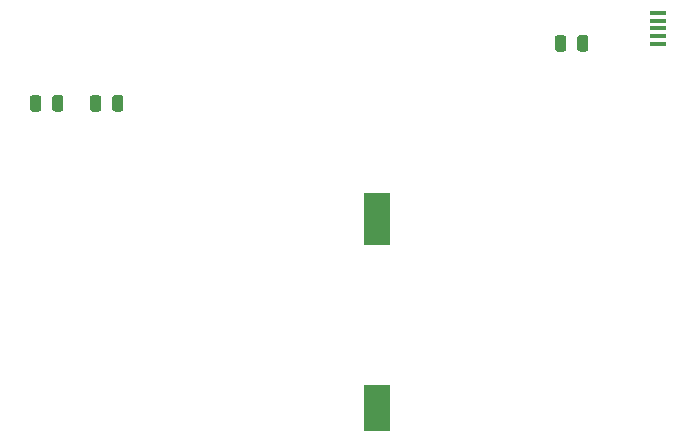
<source format=gbr>
%TF.GenerationSoftware,KiCad,Pcbnew,5.1.10*%
%TF.CreationDate,2021-12-30T14:01:41+01:00*%
%TF.ProjectId,ucdev_board,75636465-765f-4626-9f61-72642e6b6963,rev?*%
%TF.SameCoordinates,Original*%
%TF.FileFunction,Paste,Top*%
%TF.FilePolarity,Positive*%
%FSLAX46Y46*%
G04 Gerber Fmt 4.6, Leading zero omitted, Abs format (unit mm)*
G04 Created by KiCad (PCBNEW 5.1.10) date 2021-12-30 14:01:41*
%MOMM*%
%LPD*%
G01*
G04 APERTURE LIST*
%ADD10R,1.400000X0.400000*%
%ADD11R,2.300000X4.400000*%
%ADD12R,2.300000X4.000000*%
G04 APERTURE END LIST*
D10*
%TO.C,J8*%
X158400000Y-40670000D03*
X158400000Y-38070000D03*
X158400000Y-38720000D03*
X158400000Y-40020000D03*
X158400000Y-39370000D03*
%TD*%
D11*
%TO.C,BT1*%
X134620000Y-55500000D03*
D12*
X134620000Y-71500000D03*
%TD*%
%TO.C,D3*%
G36*
G01*
X112210000Y-46176250D02*
X112210000Y-45263750D01*
G75*
G02*
X112453750Y-45020000I243750J0D01*
G01*
X112941250Y-45020000D01*
G75*
G02*
X113185000Y-45263750I0J-243750D01*
G01*
X113185000Y-46176250D01*
G75*
G02*
X112941250Y-46420000I-243750J0D01*
G01*
X112453750Y-46420000D01*
G75*
G02*
X112210000Y-46176250I0J243750D01*
G01*
G37*
G36*
G01*
X110335000Y-46176250D02*
X110335000Y-45263750D01*
G75*
G02*
X110578750Y-45020000I243750J0D01*
G01*
X111066250Y-45020000D01*
G75*
G02*
X111310000Y-45263750I0J-243750D01*
G01*
X111310000Y-46176250D01*
G75*
G02*
X111066250Y-46420000I-243750J0D01*
G01*
X110578750Y-46420000D01*
G75*
G02*
X110335000Y-46176250I0J243750D01*
G01*
G37*
%TD*%
%TO.C,D2*%
G36*
G01*
X106230000Y-45263750D02*
X106230000Y-46176250D01*
G75*
G02*
X105986250Y-46420000I-243750J0D01*
G01*
X105498750Y-46420000D01*
G75*
G02*
X105255000Y-46176250I0J243750D01*
G01*
X105255000Y-45263750D01*
G75*
G02*
X105498750Y-45020000I243750J0D01*
G01*
X105986250Y-45020000D01*
G75*
G02*
X106230000Y-45263750I0J-243750D01*
G01*
G37*
G36*
G01*
X108105000Y-45263750D02*
X108105000Y-46176250D01*
G75*
G02*
X107861250Y-46420000I-243750J0D01*
G01*
X107373750Y-46420000D01*
G75*
G02*
X107130000Y-46176250I0J243750D01*
G01*
X107130000Y-45263750D01*
G75*
G02*
X107373750Y-45020000I243750J0D01*
G01*
X107861250Y-45020000D01*
G75*
G02*
X108105000Y-45263750I0J-243750D01*
G01*
G37*
%TD*%
%TO.C,D1*%
G36*
G01*
X151580000Y-41096250D02*
X151580000Y-40183750D01*
G75*
G02*
X151823750Y-39940000I243750J0D01*
G01*
X152311250Y-39940000D01*
G75*
G02*
X152555000Y-40183750I0J-243750D01*
G01*
X152555000Y-41096250D01*
G75*
G02*
X152311250Y-41340000I-243750J0D01*
G01*
X151823750Y-41340000D01*
G75*
G02*
X151580000Y-41096250I0J243750D01*
G01*
G37*
G36*
G01*
X149705000Y-41096250D02*
X149705000Y-40183750D01*
G75*
G02*
X149948750Y-39940000I243750J0D01*
G01*
X150436250Y-39940000D01*
G75*
G02*
X150680000Y-40183750I0J-243750D01*
G01*
X150680000Y-41096250D01*
G75*
G02*
X150436250Y-41340000I-243750J0D01*
G01*
X149948750Y-41340000D01*
G75*
G02*
X149705000Y-41096250I0J243750D01*
G01*
G37*
%TD*%
M02*

</source>
